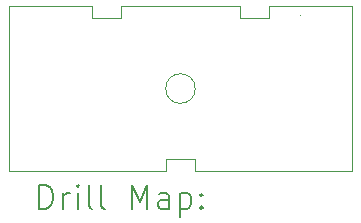
<source format=gbr>
%TF.GenerationSoftware,KiCad,Pcbnew,7.0.9*%
%TF.CreationDate,2024-02-15T17:21:28-06:00*%
%TF.ProjectId,MUX,4d55582e-6b69-4636-9164-5f7063625858,rev?*%
%TF.SameCoordinates,Original*%
%TF.FileFunction,Drillmap*%
%TF.FilePolarity,Positive*%
%FSLAX45Y45*%
G04 Gerber Fmt 4.5, Leading zero omitted, Abs format (unit mm)*
G04 Created by KiCad (PCBNEW 7.0.9) date 2024-02-15 17:21:28*
%MOMM*%
%LPD*%
G01*
G04 APERTURE LIST*
%ADD10C,0.100000*%
%ADD11C,0.200000*%
G04 APERTURE END LIST*
D10*
X14750000Y-8150000D02*
X15000000Y-8150000D01*
X15000000Y-8050000D01*
X16000000Y-8050000D01*
X16000000Y-8150000D01*
X16250000Y-8150000D01*
X16250000Y-8050000D01*
X16950000Y-8050000D01*
X16950000Y-9450000D01*
X15625000Y-9450000D01*
X15625000Y-9350000D01*
X15375000Y-9350000D01*
X15375000Y-9450000D01*
X14050000Y-9450000D01*
X14050000Y-8050000D01*
X14750000Y-8050000D01*
X14750000Y-8150000D01*
X16510000Y-8128000D02*
G75*
G03*
X16510000Y-8128000I0J0D01*
G01*
X15625000Y-8750000D02*
G75*
G03*
X15625000Y-8750000I-125000J0D01*
G01*
D11*
X14305777Y-9766484D02*
X14305777Y-9566484D01*
X14305777Y-9566484D02*
X14353396Y-9566484D01*
X14353396Y-9566484D02*
X14381967Y-9576008D01*
X14381967Y-9576008D02*
X14401015Y-9595055D01*
X14401015Y-9595055D02*
X14410539Y-9614103D01*
X14410539Y-9614103D02*
X14420062Y-9652198D01*
X14420062Y-9652198D02*
X14420062Y-9680770D01*
X14420062Y-9680770D02*
X14410539Y-9718865D01*
X14410539Y-9718865D02*
X14401015Y-9737912D01*
X14401015Y-9737912D02*
X14381967Y-9756960D01*
X14381967Y-9756960D02*
X14353396Y-9766484D01*
X14353396Y-9766484D02*
X14305777Y-9766484D01*
X14505777Y-9766484D02*
X14505777Y-9633150D01*
X14505777Y-9671246D02*
X14515301Y-9652198D01*
X14515301Y-9652198D02*
X14524824Y-9642674D01*
X14524824Y-9642674D02*
X14543872Y-9633150D01*
X14543872Y-9633150D02*
X14562920Y-9633150D01*
X14629586Y-9766484D02*
X14629586Y-9633150D01*
X14629586Y-9566484D02*
X14620062Y-9576008D01*
X14620062Y-9576008D02*
X14629586Y-9585531D01*
X14629586Y-9585531D02*
X14639110Y-9576008D01*
X14639110Y-9576008D02*
X14629586Y-9566484D01*
X14629586Y-9566484D02*
X14629586Y-9585531D01*
X14753396Y-9766484D02*
X14734348Y-9756960D01*
X14734348Y-9756960D02*
X14724824Y-9737912D01*
X14724824Y-9737912D02*
X14724824Y-9566484D01*
X14858158Y-9766484D02*
X14839110Y-9756960D01*
X14839110Y-9756960D02*
X14829586Y-9737912D01*
X14829586Y-9737912D02*
X14829586Y-9566484D01*
X15086729Y-9766484D02*
X15086729Y-9566484D01*
X15086729Y-9566484D02*
X15153396Y-9709341D01*
X15153396Y-9709341D02*
X15220062Y-9566484D01*
X15220062Y-9566484D02*
X15220062Y-9766484D01*
X15401015Y-9766484D02*
X15401015Y-9661722D01*
X15401015Y-9661722D02*
X15391491Y-9642674D01*
X15391491Y-9642674D02*
X15372443Y-9633150D01*
X15372443Y-9633150D02*
X15334348Y-9633150D01*
X15334348Y-9633150D02*
X15315301Y-9642674D01*
X15401015Y-9756960D02*
X15381967Y-9766484D01*
X15381967Y-9766484D02*
X15334348Y-9766484D01*
X15334348Y-9766484D02*
X15315301Y-9756960D01*
X15315301Y-9756960D02*
X15305777Y-9737912D01*
X15305777Y-9737912D02*
X15305777Y-9718865D01*
X15305777Y-9718865D02*
X15315301Y-9699817D01*
X15315301Y-9699817D02*
X15334348Y-9690293D01*
X15334348Y-9690293D02*
X15381967Y-9690293D01*
X15381967Y-9690293D02*
X15401015Y-9680770D01*
X15496253Y-9633150D02*
X15496253Y-9833150D01*
X15496253Y-9642674D02*
X15515301Y-9633150D01*
X15515301Y-9633150D02*
X15553396Y-9633150D01*
X15553396Y-9633150D02*
X15572443Y-9642674D01*
X15572443Y-9642674D02*
X15581967Y-9652198D01*
X15581967Y-9652198D02*
X15591491Y-9671246D01*
X15591491Y-9671246D02*
X15591491Y-9728389D01*
X15591491Y-9728389D02*
X15581967Y-9747436D01*
X15581967Y-9747436D02*
X15572443Y-9756960D01*
X15572443Y-9756960D02*
X15553396Y-9766484D01*
X15553396Y-9766484D02*
X15515301Y-9766484D01*
X15515301Y-9766484D02*
X15496253Y-9756960D01*
X15677205Y-9747436D02*
X15686729Y-9756960D01*
X15686729Y-9756960D02*
X15677205Y-9766484D01*
X15677205Y-9766484D02*
X15667682Y-9756960D01*
X15667682Y-9756960D02*
X15677205Y-9747436D01*
X15677205Y-9747436D02*
X15677205Y-9766484D01*
X15677205Y-9642674D02*
X15686729Y-9652198D01*
X15686729Y-9652198D02*
X15677205Y-9661722D01*
X15677205Y-9661722D02*
X15667682Y-9652198D01*
X15667682Y-9652198D02*
X15677205Y-9642674D01*
X15677205Y-9642674D02*
X15677205Y-9661722D01*
M02*

</source>
